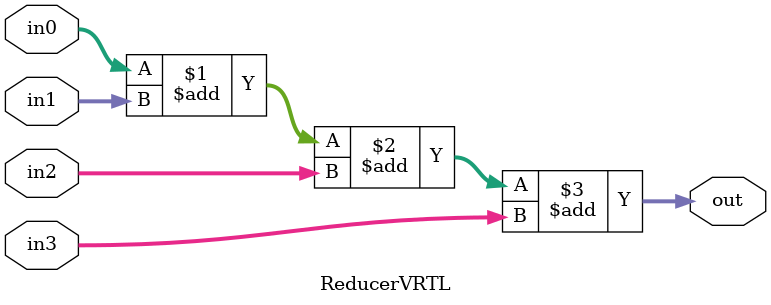
<source format=v>


module ReducerVRTL
#(
  parameter nbits = 32
)
(
  input  [nbits-1:0] in0,
  input  [nbits-1:0] in1,
  input  [nbits-1:0] in2,
  input  [nbits-1:0] in3,
  output [nbits-1:0] out
);

assign out   = in0 + in1 + in2 + in3;

endmodule

</source>
